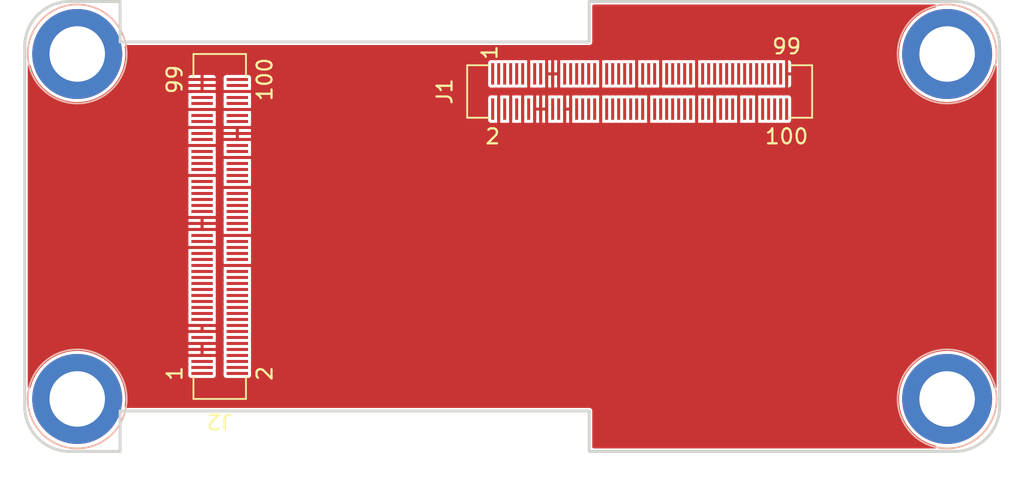
<source format=kicad_pcb>
(kicad_pcb (version 20211014) (generator pcbnew)
  (layers (0 "F.Cu" signal) (31 "B.Cu" signal) (34 "B.Paste" user) (35 "F.Paste" user) (36 "B.SilkS" user "B.Silkscreen") (37 "F.SilkS" user "F.Silkscreen") (38 "B.Mask" user) (39 "F.Mask" user) (44 "Edge.Cuts" user))
  (net 0 "")
  (net 1 "GND")
  (net 12 "+5V")
  (net 16 "+1V8")
  (net 24 "+3V3")
  (net 78 "JTAG_TMS")
  (net 80 "JTAG_TCK")
  (net 83 "JTAG_TDI")
  (net 85 "JTAG_TDO")
  (net 87 "JTAG_nTRST")
  (footprint "DevBoardMicroLib:9774030951R" (layer "F.Cu") (at 128.5 104.5)
    (fp_text reference "H1" hide)
    (fp_text value "MountingHole")
    (fp_circle (center 0 0) (end 3.3 0) (layer "B.SilkS") (width 0.12) (fill none))
    (pad "1" thru_hole circle locked (at 0 0) (size 6 6) (drill 3.7) (layers *.Cu *.Mask))
  )
  (footprint "DevBoardMicroLib:9774030951R" (layer "F.Cu") (at 128.5 81.5)
    (fp_text reference "H2" hide)
    (fp_text value "MountingHole")
    (fp_circle (center 0 0) (end 3.3 0) (layer "B.SilkS") (width 0.12) (fill none))
    (pad "1" thru_hole circle locked (at 0 0) (size 6 6) (drill 3.7) (layers *.Cu *.Mask))
  )
  (footprint "DevBoardMicroLib:9774030951R" (layer "F.Cu") (at 186.5 81.5)
    (fp_text reference "H4" hide)
    (fp_text value "MountingHole")
    (fp_circle (center 0 0) (end 3.3 0) (layer "B.SilkS") (width 0.12) (fill none))
    (pad "1" thru_hole circle locked (at 0 0) (size 6 6) (drill 3.7) (layers *.Cu *.Mask))
  )
  (footprint "DevBoardMicroLib:DF40HC_3.0-100DS-0.4V" (layer "F.Cu") (at 138 93 90)
    (fp_text reference "J2" (at -13 0 180 unlocked) (layer "F.SilkS"))
    (fp_text value "DF40HC(3.0)-100DS-0.4V")
    (fp_text user "99" (at 9.8 -3 90 unlocked) (layer "F.SilkS"))
    (fp_text user "100" (at 9.8 3 90 unlocked) (layer "F.SilkS"))
    (fp_text user "2" (at -9.8 3 90 unlocked) (layer "F.SilkS"))
    (fp_text user "1" (at -9.8 -3 90 unlocked) (layer "F.SilkS"))
    (fp_line (start 10 -1.75) (end 11.5 -1.75) (layer "F.SilkS") (width 0.12))
    (fp_line (start -10 -1.75) (end -11.5 -1.75) (layer "F.SilkS") (width 0.12))
    (fp_line (start 11.5 1.75) (end 10 1.75) (layer "F.SilkS") (width 0.12))
    (fp_line (start -11.5 -1.75) (end -11.5 1.75) (layer "F.SilkS") (width 0.12))
    (fp_line (start -11.5 1.75) (end -10 1.75) (layer "F.SilkS") (width 0.12))
    (fp_line (start 11.5 -1.75) (end 11.5 1.75) (layer "F.SilkS") (width 0.12))
    (pad "1" smd rect locked (at -9.8 -1.175 180) (size 1.43 0.2) (layers "F.Cu"))
    (pad "2" smd rect locked (at -9.8 1.175) (size 1.43 0.2) (layers "F.Cu"))
    (pad "3" smd rect locked (at -9.4 -1.175 180) (size 1.43 0.2) (layers "F.Cu"))
    (pad "4" smd rect locked (at -9.4 1.175) (size 1.43 0.2) (layers "F.Cu"))
    (pad "5" smd rect locked (at -9 -1.175 180) (size 1.43 0.2) (layers "F.Cu"))
    (pad "6" smd rect locked (at -9 1.175) (size 1.43 0.2) (layers "F.Cu"))
    (pad "7" smd rect locked (at -8.6 -1.175 180) (size 1.43 0.2) (layers "F.Cu") (net 1 "GND"))
    (pad "8" smd rect locked (at -8.6 1.175) (size 1.43 0.2) (layers "F.Cu"))
    (pad "9" smd rect locked (at -8.2 -1.175 180) (size 1.43 0.2) (layers "F.Cu") (net 1 "GND"))
    (pad "10" smd rect locked (at -8.2 1.175) (size 1.43 0.2) (layers "F.Cu"))
    (pad "11" smd rect locked (at -7.8 -1.175 180) (size 1.43 0.2) (layers "F.Cu") (net 1 "GND"))
    (pad "12" smd rect locked (at -7.8 1.175) (size 1.43 0.2) (layers "F.Cu"))
    (pad "13" smd rect locked (at -7.4 -1.175 180) (size 1.43 0.2) (layers "F.Cu"))
    (pad "14" smd rect locked (at -7.4 1.175) (size 1.43 0.2) (layers "F.Cu") (net 12 "+5V"))
    (pad "15" smd rect locked (at -7 -1.175 180) (size 1.43 0.2) (layers "F.Cu") (net 1 "GND"))
    (pad "16" smd rect locked (at -7 1.175) (size 1.43 0.2) (layers "F.Cu") (net 12 "+5V"))
    (pad "17" smd rect locked (at -6.6 -1.175 180) (size 1.43 0.2) (layers "F.Cu") (net 1 "GND"))
    (pad "18" smd rect locked (at -6.6 1.175) (size 1.43 0.2) (layers "F.Cu") (net 12 "+5V"))
    (pad "19" smd rect locked (at -6.2 -1.175 180) (size 1.43 0.2) (layers "F.Cu"))
    (pad "20" smd rect locked (at -6.2 1.175) (size 1.43 0.2) (layers "F.Cu") (net 12 "+5V"))
    (pad "21" smd rect locked (at -5.8 -1.175 180) (size 1.43 0.2) (layers "F.Cu"))
    (pad "22" smd rect locked (at -5.8 1.175) (size 1.43 0.2) (layers "F.Cu") (net 12 "+5V"))
    (pad "23" smd rect locked (at -5.4 -1.175 180) (size 1.43 0.2) (layers "F.Cu"))
    (pad "24" smd rect locked (at -5.4 1.175) (size 1.43 0.2) (layers "F.Cu") (net 12 "+5V"))
    (pad "25" smd rect locked (at -5 -1.175 180) (size 1.43 0.2) (layers "F.Cu"))
    (pad "26" smd rect locked (at -5 1.175) (size 1.43 0.2) (layers "F.Cu") (net 12 "+5V"))
    (pad "27" smd rect locked (at -4.6 -1.175 180) (size 1.43 0.2) (layers "F.Cu"))
    (pad "28" smd rect locked (at -4.6 1.175) (size 1.43 0.2) (layers "F.Cu") (net 16 "+1V8"))
    (pad "29" smd rect locked (at -4.2 -1.175 180) (size 1.43 0.2) (layers "F.Cu"))
    (pad "30" smd rect locked (at -4.2 1.175) (size 1.43 0.2) (layers "F.Cu") (net 16 "+1V8"))
    (pad "31" smd rect locked (at -3.8 -1.175 180) (size 1.43 0.2) (layers "F.Cu"))
    (pad "32" smd rect locked (at -3.8 1.175) (size 1.43 0.2) (layers "F.Cu") (net 16 "+1V8"))
    (pad "33" smd rect locked (at -3.4 -1.175 180) (size 1.43 0.2) (layers "F.Cu"))
    (pad "34" smd rect locked (at -3.4 1.175) (size 1.43 0.2) (layers "F.Cu") (net 16 "+1V8"))
    (pad "35" smd rect locked (at -3 -1.175 180) (size 1.43 0.2) (layers "F.Cu") (net 24 "+3V3"))
    (pad "36" smd rect locked (at -3 1.175) (size 1.43 0.2) (layers "F.Cu") (net 16 "+1V8"))
    (pad "37" smd rect locked (at -2.6 -1.175 180) (size 1.43 0.2) (layers "F.Cu") (net 24 "+3V3"))
    (pad "38" smd rect locked (at -2.6 1.175) (size 1.43 0.2) (layers "F.Cu") (net 1 "GND"))
    (pad "39" smd rect locked (at -2.2 -1.175 180) (size 1.43 0.2) (layers "F.Cu") (net 24 "+3V3"))
    (pad "40" smd rect locked (at -2.2 1.175) (size 1.43 0.2) (layers "F.Cu"))
    (pad "41" smd rect locked (at -1.8 -1.175 180) (size 1.43 0.2) (layers "F.Cu") (net 24 "+3V3"))
    (pad "42" smd rect locked (at -1.8 1.175) (size 1.43 0.2) (layers "F.Cu"))
    (pad "43" smd rect locked (at -1.4 -1.175 180) (size 1.43 0.2) (layers "F.Cu") (net 1 "GND"))
    (pad "44" smd rect locked (at -1.4 1.175) (size 1.43 0.2) (layers "F.Cu"))
    (pad "45" smd rect locked (at -1 -1.175 180) (size 1.43 0.2) (layers "F.Cu"))
    (pad "46" smd rect locked (at -1 1.175) (size 1.43 0.2) (layers "F.Cu"))
    (pad "47" smd rect locked (at -0.6 -1.175 180) (size 1.43 0.2) (layers "F.Cu"))
    (pad "48" smd rect locked (at -0.6 1.175) (size 1.43 0.2) (layers "F.Cu") (net 1 "GND"))
    (pad "49" smd rect locked (at -0.2 -1.175 180) (size 1.43 0.2) (layers "F.Cu") (net 1 "GND"))
    (pad "50" smd rect locked (at -0.2 1.175) (size 1.43 0.2) (layers "F.Cu"))
    (pad "51" smd rect locked (at 0.2 -1.175 180) (size 1.43 0.2) (layers "F.Cu") (net 1 "GND"))
    (pad "52" smd rect locked (at 0.2 1.175) (size 1.43 0.2) (layers "F.Cu"))
    (pad "53" smd rect locked (at 0.6 -1.175 180) (size 1.43 0.2) (layers "F.Cu") (net 1 "GND"))
    (pad "54" smd rect locked (at 0.6 1.175) (size 1.43 0.2) (layers "F.Cu"))
    (pad "55" smd rect locked (at 1 -1.175 180) (size 1.43 0.2) (layers "F.Cu"))
    (pad "56" smd rect locked (at 1 1.175) (size 1.43 0.2) (layers "F.Cu"))
    (pad "57" smd rect locked (at 1.4 -1.175 180) (size 1.43 0.2) (layers "F.Cu"))
    (pad "58" smd rect locked (at 1.4 1.175) (size 1.43 0.2) (layers "F.Cu"))
    (pad "59" smd rect locked (at 1.8 -1.175 180) (size 1.43 0.2) (layers "F.Cu"))
    (pad "60" smd rect locked (at 1.8 1.175) (size 1.43 0.2) (layers "F.Cu"))
    (pad "61" smd rect locked (at 2.2 -1.175 180) (size 1.43 0.2) (layers "F.Cu"))
    (pad "62" smd rect locked (at 2.2 1.175) (size 1.43 0.2) (layers "F.Cu"))
    (pad "63" smd rect locked (at 2.6 -1.175 180) (size 1.43 0.2) (layers "F.Cu"))
    (pad "64" smd rect locked (at 2.6 1.175) (size 1.43 0.2) (layers "F.Cu") (net 1 "GND"))
    (pad "65" smd rect locked (at 3 -1.175 180) (size 1.43 0.2) (layers "F.Cu"))
    (pad "66" smd rect locked (at 3 1.175) (size 1.43 0.2) (layers "F.Cu"))
    (pad "67" smd rect locked (at 3.4 -1.175 180) (size 1.43 0.2) (layers "F.Cu") (net 1 "GND"))
    (pad "68" smd rect locked (at 3.4 1.175) (size 1.43 0.2) (layers "F.Cu"))
    (pad "69" smd rect locked (at 3.8 -1.175 180) (size 1.43 0.2) (layers "F.Cu"))
    (pad "70" smd rect locked (at 3.8 1.175) (size 1.43 0.2) (layers "F.Cu"))
    (pad "71" smd rect locked (at 4.2 -1.175 180) (size 1.43 0.2) (layers "F.Cu"))
    (pad "72" smd rect locked (at 4.2 1.175) (size 1.43 0.2) (layers "F.Cu"))
    (pad "73" smd rect locked (at 4.6 -1.175 180) (size 1.43 0.2) (layers "F.Cu"))
    (pad "74" smd rect locked (at 4.6 1.175) (size 1.43 0.2) (layers "F.Cu") (net 1 "GND"))
    (pad "75" smd rect locked (at 5 -1.175 180) (size 1.43 0.2) (layers "F.Cu"))
    (pad "76" smd rect locked (at 5 1.175) (size 1.43 0.2) (layers "F.Cu"))
    (pad "77" smd rect locked (at 5.4 -1.175 180) (size 1.43 0.2) (layers "F.Cu") (net 1 "GND"))
    (pad "78" smd rect locked (at 5.4 1.175) (size 1.43 0.2) (layers "F.Cu"))
    (pad "79" smd rect locked (at 5.8 -1.175 180) (size 1.43 0.2) (layers "F.Cu"))
    (pad "80" smd rect locked (at 5.8 1.175) (size 1.43 0.2) (layers "F.Cu") (net 1 "GND"))
    (pad "81" smd rect locked (at 6.2 -1.175 180) (size 1.43 0.2) (layers "F.Cu"))
    (pad "82" smd rect locked (at 6.2 1.175) (size 1.43 0.2) (layers "F.Cu") (net 1 "GND"))
    (pad "83" smd rect locked (at 6.6 -1.175 180) (size 1.43 0.2) (layers "F.Cu") (net 1 "GND"))
    (pad "84" smd rect locked (at 6.6 1.175) (size 1.43 0.2) (layers "F.Cu") (net 1 "GND"))
    (pad "85" smd rect locked (at 7 -1.175 180) (size 1.43 0.2) (layers "F.Cu"))
    (pad "86" smd rect locked (at 7 1.175) (size 1.43 0.2) (layers "F.Cu"))
    (pad "87" smd rect locked (at 7.4 -1.175 180) (size 1.43 0.2) (layers "F.Cu"))
    (pad "88" smd rect locked (at 7.4 1.175) (size 1.43 0.2) (layers "F.Cu"))
    (pad "89" smd rect locked (at 7.8 -1.175 180) (size 1.43 0.2) (layers "F.Cu") (net 1 "GND"))
    (pad "90" smd rect locked (at 7.8 1.175) (size 1.43 0.2) (layers "F.Cu") (net 1 "GND"))
    (pad "91" smd rect locked (at 8.2 -1.175 180) (size 1.43 0.2) (layers "F.Cu"))
    (pad "92" smd rect locked (at 8.2 1.175) (size 1.43 0.2) (layers "F.Cu"))
    (pad "93" smd rect locked (at 8.6 -1.175 180) (size 1.43 0.2) (layers "F.Cu"))
    (pad "94" smd rect locked (at 8.6 1.175) (size 1.43 0.2) (layers "F.Cu"))
    (pad "95" smd rect locked (at 9 -1.175 180) (size 1.43 0.2) (layers "F.Cu") (net 1 "GND"))
    (pad "96" smd rect locked (at 9 1.175) (size 1.43 0.2) (layers "F.Cu") (net 1 "GND"))
    (pad "97" smd rect locked (at 9.4 -1.175 180) (size 1.43 0.2) (layers "F.Cu") (net 1 "GND"))
    (pad "98" smd rect locked (at 9.4 1.175) (size 1.43 0.2) (layers "F.Cu"))
    (pad "99" smd rect locked (at 9.8 -1.175 180) (size 1.43 0.2) (layers "F.Cu") (net 1 "GND"))
    (pad "100" smd rect locked (at 9.8 1.175) (size 1.43 0.2) (layers "F.Cu"))
  )
  (footprint "DevBoardMicroLib:9774030951R" (layer "F.Cu") (at 186.5 104.5)
    (fp_text reference "H3" hide)
    (fp_text value "MountingHole")
    (fp_circle (center 0 0) (end 3.3 0) (layer "B.SilkS") (width 0.12) (fill none))
    (pad "1" thru_hole circle locked (at 0 0) (size 6 6) (drill 3.7) (layers *.Cu *.Mask))
  )
  (footprint "DevBoardMicroLib:DF40HC_3.0-100DS-0.4V" (layer "F.Cu") (at 166 84)
    (fp_text reference "J1" (at -13 0 90 unlocked) (layer "F.SilkS"))
    (fp_text value "DF40HC(3.0)-100DS-0.4V")
    (fp_text user "1" (at -10 -2.6 90 unlocked) (layer "F.SilkS"))
    (fp_text user "2" (at -9.8 3 unlocked) (layer "F.SilkS"))
    (fp_text user "99" (at 9.8 -3 unlocked) (layer "F.SilkS"))
    (fp_text user "100" (at 9.8 3 unlocked) (layer "F.SilkS"))
    (fp_line (start 10 -1.75) (end 11.5 -1.75) (layer "F.SilkS") (width 0.12))
    (fp_line (start -10 -1.75) (end -11.5 -1.75) (layer "F.SilkS") (width 0.12))
    (fp_line (start 11.5 1.75) (end 10 1.75) (layer "F.SilkS") (width 0.12))
    (fp_line (start -11.5 1.75) (end -10 1.75) (layer "F.SilkS") (width 0.12))
    (fp_line (start 11.5 -1.75) (end 11.5 1.75) (layer "F.SilkS") (width 0.12))
    (fp_line (start -11.5 -1.75) (end -11.5 1.75) (layer "F.SilkS") (width 0.12))
    (pad "1" smd rect locked (at -9.8 -1.175 90) (size 1.43 0.2) (layers "F.Cu"))
    (pad "2" smd rect locked (at -9.8 1.175 270) (size 1.43 0.2) (layers "F.Cu"))
    (pad "3" smd rect locked (at -9.4 -1.175 90) (size 1.43 0.2) (layers "F.Cu"))
    (pad "4" smd rect locked (at -9.4 1.175 270) (size 1.43 0.2) (layers "F.Cu") (net 1 "GND"))
    (pad "5" smd rect locked (at -9 -1.175 90) (size 1.43 0.2) (layers "F.Cu"))
    (pad "6" smd rect locked (at -9 1.175 270) (size 1.43 0.2) (layers "F.Cu"))
    (pad "7" smd rect locked (at -8.6 -1.175 90) (size 1.43 0.2) (layers "F.Cu"))
    (pad "8" smd rect locked (at -8.6 1.175 270) (size 1.43 0.2) (layers "F.Cu") (net 1 "GND"))
    (pad "9" smd rect locked (at -8.2 -1.175 90) (size 1.43 0.2) (layers "F.Cu"))
    (pad "10" smd rect locked (at -8.2 1.175 270) (size 1.43 0.2) (layers "F.Cu"))
    (pad "11" smd rect locked (at -7.8 -1.175 90) (size 1.43 0.2) (layers "F.Cu"))
    (pad "12" smd rect locked (at -7.8 1.175 270) (size 1.43 0.2) (layers "F.Cu") (net 1 "GND"))
    (pad "13" smd rect locked (at -7.4 -1.175 90) (size 1.43 0.2) (layers "F.Cu") (net 1 "GND"))
    (pad "14" smd rect locked (at -7.4 1.175 270) (size 1.43 0.2) (layers "F.Cu"))
    (pad "15" smd rect locked (at -7 -1.175 90) (size 1.43 0.2) (layers "F.Cu"))
    (pad "16" smd rect locked (at -7 1.175 270) (size 1.43 0.2) (layers "F.Cu") (net 1 "GND"))
    (pad "17" smd rect locked (at -6.6 -1.175 90) (size 1.43 0.2) (layers "F.Cu"))
    (pad "18" smd rect locked (at -6.6 1.175 270) (size 1.43 0.2) (layers "F.Cu") (net 1 "GND"))
    (pad "19" smd rect locked (at -6.2 -1.175 90) (size 1.43 0.2) (layers "F.Cu") (net 1 "GND"))
    (pad "20" smd rect locked (at -6.2 1.175 270) (size 1.43 0.2) (layers "F.Cu") (net 1 "GND"))
    (pad "21" smd rect locked (at -5.8 -1.175 90) (size 1.43 0.2) (layers "F.Cu") (net 1 "GND"))
    (pad "22" smd rect locked (at -5.8 1.175 270) (size 1.43 0.2) (layers "F.Cu"))
    (pad "23" smd rect locked (at -5.4 -1.175 90) (size 1.43 0.2) (layers "F.Cu") (net 1 "GND"))
    (pad "24" smd rect locked (at -5.4 1.175 270) (size 1.43 0.2) (layers "F.Cu"))
    (pad "25" smd rect locked (at -5 -1.175 90) (size 1.43 0.2) (layers "F.Cu"))
    (pad "26" smd rect locked (at -5 1.175 270) (size 1.43 0.2) (layers "F.Cu") (net 1 "GND"))
    (pad "27" smd rect locked (at -4.6 -1.175 90) (size 1.43 0.2) (layers "F.Cu"))
    (pad "28" smd rect locked (at -4.6 1.175 270) (size 1.43 0.2) (layers "F.Cu") (net 1 "GND"))
    (pad "29" smd rect locked (at -4.2 -1.175 90) (size 1.43 0.2) (layers "F.Cu"))
    (pad "30" smd rect locked (at -4.2 1.175 270) (size 1.43 0.2) (layers "F.Cu"))
    (pad "31" smd rect locked (at -3.8 -1.175 90) (size 1.43 0.2) (layers "F.Cu"))
    (pad "32" smd rect locked (at -3.8 1.175 270) (size 1.43 0.2) (layers "F.Cu"))
    (pad "33" smd rect locked (at -3.4 -1.175 90) (size 1.43 0.2) (layers "F.Cu"))
    (pad "34" smd rect locked (at -3.4 1.175 270) (size 1.43 0.2) (layers "F.Cu"))
    (pad "35" smd rect locked (at -3 -1.175 90) (size 1.43 0.2) (layers "F.Cu"))
    (pad "36" smd rect locked (at -3 1.175 270) (size 1.43 0.2) (layers "F.Cu"))
    (pad "37" smd rect locked (at -2.6 -1.175 90) (size 1.43 0.2) (layers "F.Cu") (net 1 "GND"))
    (pad "38" smd rect locked (at -2.6 1.175 270) (size 1.43 0.2) (layers "F.Cu") (net 1 "GND"))
    (pad "39" smd rect locked (at -2.2 -1.175 90) (size 1.43 0.2) (layers "F.Cu") (net 78 "JTAG_TMS"))
    (pad "40" smd rect locked (at -2.2 1.175 270) (size 1.43 0.2) (layers "F.Cu"))
    (pad "41" smd rect locked (at -1.8 -1.175 90) (size 1.43 0.2) (layers "F.Cu") (net 80 "JTAG_TCK"))
    (pad "42" smd rect locked (at -1.8 1.175 270) (size 1.43 0.2) (layers "F.Cu"))
    (pad "43" smd rect locked (at -1.4 -1.175 90) (size 1.43 0.2) (layers "F.Cu"))
    (pad "44" smd rect locked (at -1.4 1.175 270) (size 1.43 0.2) (layers "F.Cu") (net 83 "JTAG_TDI"))
    (pad "45" smd rect locked (at -1 -1.175 90) (size 1.43 0.2) (layers "F.Cu"))
    (pad "46" smd rect locked (at -1 1.175 270) (size 1.43 0.2) (layers "F.Cu") (net 85 "JTAG_TDO"))
    (pad "47" smd rect locked (at -0.6 -1.175 90) (size 1.43 0.2) (layers "F.Cu"))
    (pad "48" smd rect locked (at -0.6 1.175 270) (size 1.43 0.2) (layers "F.Cu") (net 87 "JTAG_nTRST"))
    (pad "49" smd rect locked (at -0.2 -1.175 90) (size 1.43 0.2) (layers "F.Cu") (net 1 "GND"))
    (pad "50" smd rect locked (at -0.2 1.175 270) (size 1.43 0.2) (layers "F.Cu"))
    (pad "51" smd rect locked (at 0.2 -1.175 90) (size 1.43 0.2) (layers "F.Cu"))
    (pad "52" smd rect locked (at 0.2 1.175 270) (size 1.43 0.2) (layers "F.Cu"))
    (pad "53" smd rect locked (at 0.6 -1.175 90) (size 1.43 0.2) (layers "F.Cu"))
    (pad "54" smd rect locked (at 0.6 1.175 270) (size 1.43 0.2) (layers "F.Cu") (net 1 "GND"))
    (pad "55" smd rect locked (at 1 -1.175 90) (size 1.43 0.2) (layers "F.Cu"))
    (pad "56" smd rect locked (at 1 1.175 270) (size 1.43 0.2) (layers "F.Cu"))
    (pad "57" smd rect locked (at 1.4 -1.175 90) (size 1.43 0.2) (layers "F.Cu") (net 1 "GND"))
    (pad "58" smd rect locked (at 1.4 1.175 270) (size 1.43 0.2) (layers "F.Cu"))
    (pad "59" smd rect locked (at 1.8 -1.175 90) (size 1.43 0.2) (layers "F.Cu"))
    (pad "60" smd rect locked (at 1.8 1.175 270) (size 1.43 0.2) (layers "F.Cu"))
    (pad "61" smd rect locked (at 2.2 -1.175 90) (size 1.43 0.2) (layers "F.Cu"))
    (pad "62" smd rect locked (at 2.2 1.175 270) (size 1.43 0.2) (layers "F.Cu"))
    (pad "63" smd rect locked (at 2.6 -1.175 90) (size 1.43 0.2) (layers "F.Cu"))
    (pad "64" smd rect locked (at 2.6 1.175 270) (size 1.43 0.2) (layers "F.Cu"))
    (pad "65" smd rect locked (at 3 -1.175 90) (size 1.43 0.2) (layers "F.Cu"))
    (pad "66" smd rect locked (at 3 1.175 270) (size 1.43 0.2) (layers "F.Cu"))
    (pad "67" smd rect locked (at 3.4 -1.175 90) (size 1.43 0.2) (layers "F.Cu"))
    (pad "68" smd rect locked (at 3.4 1.175 270) (size 1.43 0.2) (layers "F.Cu"))
    (pad "69" smd rect locked (at 3.8 -1.175 90) (size 1.43 0.2) (layers "F.Cu") (net 1 "GND"))
    (pad "70" smd rect locked (at 3.8 1.175 270) (size 1.43 0.2) (layers "F.Cu") (net 1 "GND"))
    (pad "71" smd rect locked (at 4.2 -1.175 90) (size 1.43 0.2) (layers "F.Cu"))
    (pad "72" smd rect locked (at 4.2 1.175 270) (size 1.43 0.2) (layers "F.Cu"))
    (pad "73" smd rect locked (at 4.6 -1.175 90) (size 1.43 0.2) (layers "F.Cu"))
    (pad "74" smd rect locked (at 4.6 1.175 270) (size 1.43 0.2) (layers "F.Cu"))
    (pad "75" smd rect locked (at 5 -1.175 90) (size 1.43 0.2) (layers "F.Cu"))
    (pad "76" smd rect locked (at 5 1.175 270) (size 1.43 0.2) (layers "F.Cu") (net 1 "GND"))
    (pad "77" smd rect locked (at 5.4 -1.175 90) (size 1.43 0.2) (layers "F.Cu"))
    (pad "78" smd rect locked (at 5.4 1.175 270) (size 1.43 0.2) (layers "F.Cu"))
    (pad "79" smd rect locked (at 5.8 -1.175 90) (size 1.43 0.2) (layers "F.Cu"))
    (pad "80" smd rect locked (at 5.8 1.175 270) (size 1.43 0.2) (layers "F.Cu"))
    (pad "81" smd rect locked (at 6.2 -1.175 90) (size 1.43 0.2) (layers "F.Cu"))
    (pad "82" smd rect locked (at 6.2 1.175 270) (size 1.43 0.2) (layers "F.Cu"))
    (pad "83" smd rect locked (at 6.6 -1.175 90) (size 1.43 0.2) (layers "F.Cu"))
    (pad "84" smd rect locked (at 6.6 1.175 270) (size 1.43 0.2) (layers "F.Cu") (net 1 "GND"))
    (pad "85" smd rect locked (at 7 -1.175 90) (size 1.43 0.2) (layers "F.Cu"))
    (pad "86" smd rect locked (at 7 1.175 270) (size 1.43 0.2) (layers "F.Cu"))
    (pad "87" smd rect locked (at 7.4 -1.175 90) (size 1.43 0.2) (layers "F.Cu"))
    (pad "88" smd rect locked (at 7.4 1.175 270) (size 1.43 0.2) (layers "F.Cu"))
    (pad "89" smd rect locked (at 7.8 -1.175 90) (size 1.43 0.2) (layers "F.Cu"))
    (pad "90" smd rect locked (at 7.8 1.175 270) (size 1.43 0.2) (layers "F.Cu") (net 1 "GND"))
    (pad "91" smd rect locked (at 8.2 -1.175 90) (size 1.43 0.2) (layers "F.Cu"))
    (pad "92" smd rect locked (at 8.2 1.175 270) (size 1.43 0.2) (layers "F.Cu"))
    (pad "93" smd rect locked (at 8.6 -1.175 90) (size 1.43 0.2) (layers "F.Cu"))
    (pad "94" smd rect locked (at 8.6 1.175 270) (size 1.43 0.2) (layers "F.Cu"))
    (pad "95" smd rect locked (at 9 -1.175 90) (size 1.43 0.2) (layers "F.Cu"))
    (pad "96" smd rect locked (at 9 1.175 270) (size 1.43 0.2) (layers "F.Cu"))
    (pad "97" smd rect locked (at 9.4 -1.175 90) (size 1.43 0.2) (layers "F.Cu"))
    (pad "98" smd rect locked (at 9.4 1.175 270) (size 1.43 0.2) (layers "F.Cu"))
    (pad "99" smd rect locked (at 9.8 -1.175 90) (size 1.43 0.2) (layers "F.Cu") (net 1 "GND"))
    (pad "100" smd rect locked (at 9.8 1.175 270) (size 1.43 0.2) (layers "F.Cu"))
  )
  (gr_line locked (start 131.36 108) (end 131.36 105.3) (layer "Edge.Cuts") (width 0.2))
  (gr_arc locked (start 128 108) (mid 125.87868 107.12132) (end 125 105) (layer "Edge.Cuts") (width 0.2))
  (gr_arc locked (start 190 105) (mid 189.12132 107.12132) (end 187 108) (layer "Edge.Cuts") (width 0.2))
  (gr_line locked (start 125 105) (end 125 81) (layer "Edge.Cuts") (width 0.2))
  (gr_arc locked (start 187 78) (mid 189.12132 78.87868) (end 190 81) (layer "Edge.Cuts") (width 0.2))
  (gr_arc locked (start 125 81) (mid 125.87868 78.87868) (end 128 78) (layer "Edge.Cuts") (width 0.2))
  (gr_line locked (start 162.64 78) (end 187 78) (layer "Edge.Cuts") (width 0.2))
  (gr_line locked (start 162.64 80.7) (end 131.36 80.7) (layer "Edge.Cuts") (width 0.2))
  (gr_line locked (start 162.64 108) (end 187 108) (layer "Edge.Cuts") (width 0.2))
  (gr_line locked (start 128 78) (end 131.36 78) (layer "Edge.Cuts") (width 0.2))
  (gr_line locked (start 162.64 105.3) (end 131.36 105.3) (layer "Edge.Cuts") (width 0.2))
  (gr_line locked (start 162.64 78) (end 162.64 80.7) (layer "Edge.Cuts") (width 0.2))
  (gr_line locked (start 162.64 108) (end 162.64 105.3) (layer "Edge.Cuts") (width 0.2))
  (gr_line locked (start 128 108) (end 131.36 108) (layer "Edge.Cuts") (width 0.2))
  (gr_line locked (start 131.36 78) (end 131.36 80.7) (layer "Edge.Cuts") (width 0.2))
  (gr_line locked (start 190 105) (end 190 81) (layer "Edge.Cuts") (width 0.2))
  (zone (net 1) (net_name "GND") (layer "F.Cu") (connect_pads (clearance 0.2)) (min_thickness 0.2) (fill yes (thermal_gap 0.2) (thermal_bridge_width 0.2))
    (polygon (pts (xy 190 108) (xy 125 108) (xy 125 78) (xy 190 78)))
  )
)
</source>
